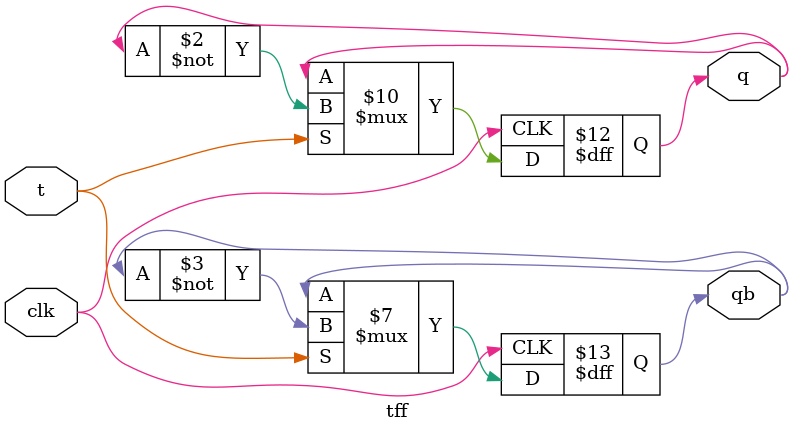
<source format=v>
module tff(input t , input clk , output reg q , output reg qb);
initial q=0;
initial qb=1;
always @(posedge clk)begin
    if(t)begin
        q=~q;
        qb=~qb;
    end
    else begin
        q=q;
        qb=qb;
    end
end
endmodule
</source>
